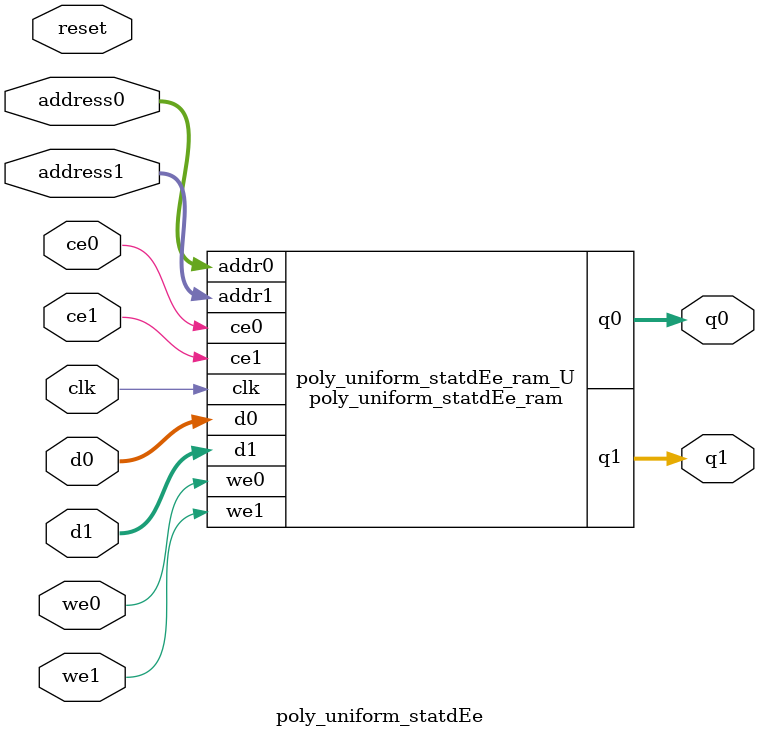
<source format=v>
`timescale 1 ns / 1 ps
module poly_uniform_statdEe_ram (addr0, ce0, d0, we0, q0, addr1, ce1, d1, we1, q1,  clk);

parameter DWIDTH = 64;
parameter AWIDTH = 5;
parameter MEM_SIZE = 25;

input[AWIDTH-1:0] addr0;
input ce0;
input[DWIDTH-1:0] d0;
input we0;
output reg[DWIDTH-1:0] q0;
input[AWIDTH-1:0] addr1;
input ce1;
input[DWIDTH-1:0] d1;
input we1;
output reg[DWIDTH-1:0] q1;
input clk;

(* ram_style = "block" *)reg [DWIDTH-1:0] ram[0:MEM_SIZE-1];




always @(posedge clk)  
begin 
    if (ce0) begin
        if (we0) 
            ram[addr0] <= d0; 
        q0 <= ram[addr0];
    end
end


always @(posedge clk)  
begin 
    if (ce1) begin
        if (we1) 
            ram[addr1] <= d1; 
        q1 <= ram[addr1];
    end
end


endmodule

`timescale 1 ns / 1 ps
module poly_uniform_statdEe(
    reset,
    clk,
    address0,
    ce0,
    we0,
    d0,
    q0,
    address1,
    ce1,
    we1,
    d1,
    q1);

parameter DataWidth = 32'd64;
parameter AddressRange = 32'd25;
parameter AddressWidth = 32'd5;
input reset;
input clk;
input[AddressWidth - 1:0] address0;
input ce0;
input we0;
input[DataWidth - 1:0] d0;
output[DataWidth - 1:0] q0;
input[AddressWidth - 1:0] address1;
input ce1;
input we1;
input[DataWidth - 1:0] d1;
output[DataWidth - 1:0] q1;



poly_uniform_statdEe_ram poly_uniform_statdEe_ram_U(
    .clk( clk ),
    .addr0( address0 ),
    .ce0( ce0 ),
    .we0( we0 ),
    .d0( d0 ),
    .q0( q0 ),
    .addr1( address1 ),
    .ce1( ce1 ),
    .we1( we1 ),
    .d1( d1 ),
    .q1( q1 ));

endmodule


</source>
